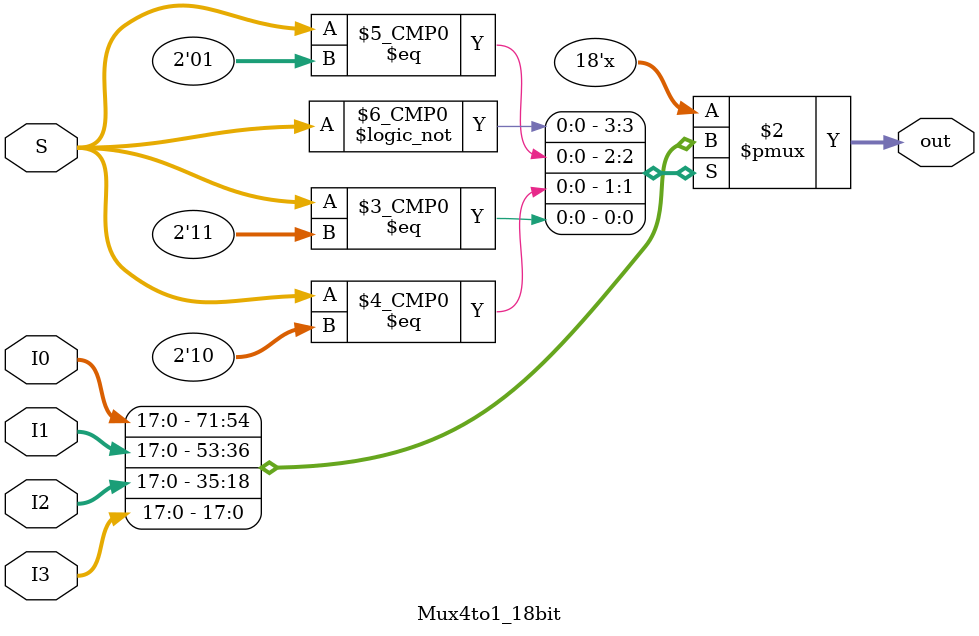
<source format=v>

module Mux4to1_18bit ( I0,
				       I1,
                       I2,
                       I3,
				       S,
				       out);

	parameter bit_size = 18;

	input [bit_size-1:0] I0;
	input [bit_size-1:0] I1;
    input [bit_size-1:0] I2;
	input [bit_size-1:0] I3;
	input [1:0]S;

	output [bit_size-1:0] out;

    reg [bit_size-1:0] out;

    always@(*)
    begin
        out = 0;
        case(S)
            0: out = I0;
            1: out = I1;
            2: out = I2;
            3: out = I3;
        endcase
    end

endmodule

</source>
